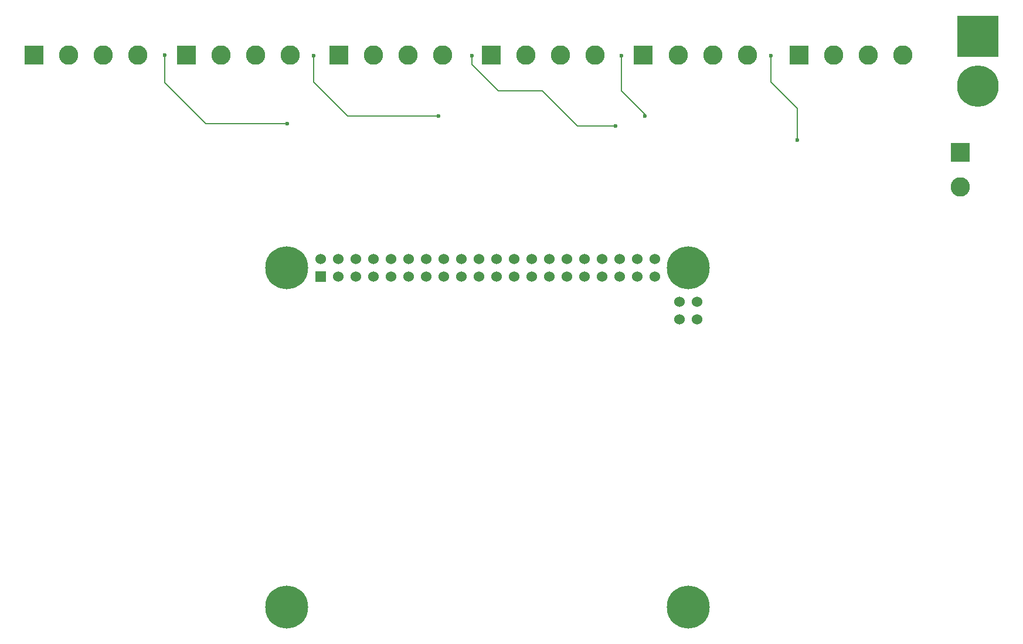
<source format=gbr>
%TF.GenerationSoftware,KiCad,Pcbnew,8.0.0*%
%TF.CreationDate,2024-03-15T12:02:56+01:00*%
%TF.ProjectId,prueba,70727565-6261-42e6-9b69-6361645f7063,v0.1*%
%TF.SameCoordinates,Original*%
%TF.FileFunction,Copper,L2,Bot*%
%TF.FilePolarity,Positive*%
%FSLAX46Y46*%
G04 Gerber Fmt 4.6, Leading zero omitted, Abs format (unit mm)*
G04 Created by KiCad (PCBNEW 8.0.0) date 2024-03-15 12:02:56*
%MOMM*%
%LPD*%
G01*
G04 APERTURE LIST*
%TA.AperFunction,ComponentPad*%
%ADD10R,2.800000X2.800000*%
%TD*%
%TA.AperFunction,ComponentPad*%
%ADD11C,2.800000*%
%TD*%
%TA.AperFunction,ComponentPad*%
%ADD12C,6.000000*%
%TD*%
%TA.AperFunction,ComponentPad*%
%ADD13R,6.000000X6.000000*%
%TD*%
%TA.AperFunction,ComponentPad*%
%ADD14R,1.524000X1.524000*%
%TD*%
%TA.AperFunction,ComponentPad*%
%ADD15C,1.524000*%
%TD*%
%TA.AperFunction,ComponentPad*%
%ADD16C,6.200000*%
%TD*%
%TA.AperFunction,ViaPad*%
%ADD17C,0.600000*%
%TD*%
%TA.AperFunction,Conductor*%
%ADD18C,0.200000*%
%TD*%
G04 APERTURE END LIST*
D10*
%TO.P,J2,1,Pin_1*%
%TO.N,Net-(J2-Pin_1)*%
X136500000Y-36750000D03*
D11*
%TO.P,J2,2,Pin_2*%
%TO.N,/Tach_2*%
X141500000Y-36750000D03*
%TO.P,J2,3,Pin_3*%
%TO.N,/V12DC*%
X146500000Y-36750000D03*
%TO.P,J2,4,Pin_4*%
%TO.N,/GND_Source*%
X151500000Y-36750000D03*
%TD*%
D10*
%TO.P,J3,1,Pin_1*%
%TO.N,Net-(J3-Pin_1)*%
X114500000Y-36750000D03*
D11*
%TO.P,J3,2,Pin_2*%
%TO.N,/Tach_3*%
X119500000Y-36750000D03*
%TO.P,J3,3,Pin_3*%
%TO.N,/V12DC*%
X124500000Y-36750000D03*
%TO.P,J3,4,Pin_4*%
%TO.N,/GND_Source*%
X129500000Y-36750000D03*
%TD*%
D10*
%TO.P,J8,1,Pin_1*%
%TO.N,/6V*%
X182280000Y-50800000D03*
D11*
%TO.P,J8,2,Pin_2*%
%TO.N,/GND_Source*%
X182280000Y-55800000D03*
%TD*%
D12*
%TO.P,J7,N,NEG*%
%TO.N,/GND_Source*%
X184820000Y-41200000D03*
D13*
%TO.P,J7,P,POS*%
%TO.N,/V12DC*%
X184820000Y-34000000D03*
%TD*%
D10*
%TO.P,J6,1,Pin_1*%
%TO.N,Net-(J6-Pin_1)*%
X48500000Y-36750000D03*
D11*
%TO.P,J6,2,Pin_2*%
%TO.N,/Tach_6*%
X53500000Y-36750000D03*
%TO.P,J6,3,Pin_3*%
%TO.N,/V12DC*%
X58500000Y-36750000D03*
%TO.P,J6,4,Pin_4*%
%TO.N,/GND_Source*%
X63500000Y-36750000D03*
%TD*%
D14*
%TO.P,U1,1,3V3*%
%TO.N,Net-(U1-3V3-Pad1)*%
X89870000Y-68770000D03*
D15*
%TO.P,U1,2,5V*%
%TO.N,Net-(U1-5V-Pad2)*%
X89870000Y-66230000D03*
%TO.P,U1,3,GPIO2/SDA1*%
%TO.N,unconnected-(U1-GPIO2{slash}SDA1-Pad3)*%
X92410000Y-68770000D03*
%TO.P,U1,4,5V*%
%TO.N,Net-(U1-5V-Pad2)*%
X92410000Y-66230000D03*
%TO.P,U1,5,GPIO3/SCL1*%
%TO.N,unconnected-(U1-GPIO3{slash}SCL1-Pad5)*%
X94950000Y-68770000D03*
%TO.P,U1,6,GND*%
%TO.N,/GND_R*%
X94950000Y-66230000D03*
%TO.P,U1,7,GPIO4/GPIO_GCKL*%
%TO.N,unconnected-(U1-GPIO4{slash}GPIO_GCKL-Pad7)*%
X97490000Y-68770000D03*
%TO.P,U1,8,GPIO14/TXD0*%
%TO.N,unconnected-(U1-GPIO14{slash}TXD0-Pad8)*%
X97490000Y-66230000D03*
%TO.P,U1,9,GND*%
%TO.N,/GND_R*%
X100030000Y-68770000D03*
%TO.P,U1,10,GPIO15/RXD0*%
%TO.N,unconnected-(U1-GPIO15{slash}RXD0-Pad10)*%
X100030000Y-66230000D03*
%TO.P,U1,11,GPIO17/GPIO_GEN0*%
%TO.N,unconnected-(U1-GPIO17{slash}GPIO_GEN0-Pad11)*%
X102570000Y-68770000D03*
%TO.P,U1,12,GPIO18/GPIO_GEN1*%
%TO.N,unconnected-(U1-GPIO18{slash}GPIO_GEN1-Pad12)*%
X102570000Y-66230000D03*
%TO.P,U1,13,GPIO27/GPIO_GEN2*%
%TO.N,unconnected-(U1-GPIO27{slash}GPIO_GEN2-Pad13)*%
X105110000Y-68770000D03*
%TO.P,U1,14,GND*%
%TO.N,/GND_R*%
X105110000Y-66230000D03*
%TO.P,U1,15,GPIO22/GPIO_GEN3*%
%TO.N,unconnected-(U1-GPIO22{slash}GPIO_GEN3-Pad15)*%
X107650000Y-68770000D03*
%TO.P,U1,16,GPIO23/GPIO_GEN4*%
%TO.N,unconnected-(U1-GPIO23{slash}GPIO_GEN4-Pad16)*%
X107650000Y-66230000D03*
%TO.P,U1,17,3V3*%
%TO.N,Net-(U1-3V3-Pad1)*%
X110190000Y-68770000D03*
%TO.P,U1,18,GPIO24/GPIO_GEN5*%
%TO.N,unconnected-(U1-GPIO24{slash}GPIO_GEN5-Pad18)*%
X110190000Y-66230000D03*
%TO.P,U1,19,GPIO10/SPI_MOSI*%
%TO.N,unconnected-(U1-GPIO10{slash}SPI_MOSI-Pad19)*%
X112730000Y-68770000D03*
%TO.P,U1,20,GND*%
%TO.N,/GND_R*%
X112730000Y-66230000D03*
%TO.P,U1,21,GPIO9/SPI_MISO*%
%TO.N,unconnected-(U1-GPIO9{slash}SPI_MISO-Pad21)*%
X115270000Y-68770000D03*
%TO.P,U1,22,GPIO25/GPIO_GEN6*%
%TO.N,unconnected-(U1-GPIO25{slash}GPIO_GEN6-Pad22)*%
X115270000Y-66230000D03*
%TO.P,U1,23,GPIO11/SPI_SCLK*%
%TO.N,/PWM_6*%
X117810000Y-68770000D03*
%TO.P,U1,24,GPIO8/~{SPI_CE0}*%
%TO.N,unconnected-(U1-GPIO8{slash}~{SPI_CE0}-Pad24)*%
X117810000Y-66230000D03*
%TO.P,U1,25,GND*%
%TO.N,/GND_R*%
X120350000Y-68770000D03*
%TO.P,U1,26,GPIO7/~{SPI_CE1}*%
%TO.N,unconnected-(U1-GPIO7{slash}~{SPI_CE1}-Pad26)*%
X120350000Y-66230000D03*
%TO.P,U1,27,ID_SD*%
%TO.N,unconnected-(U1-ID_SD-Pad27)*%
X122890000Y-68770000D03*
%TO.P,U1,28,ID_SC*%
%TO.N,unconnected-(U1-ID_SC-Pad28)*%
X122890000Y-66230000D03*
%TO.P,U1,29,GPIO5*%
%TO.N,/PWM_5*%
X125430000Y-68770000D03*
%TO.P,U1,30,GND*%
%TO.N,/GND_R*%
X125430000Y-66230000D03*
%TO.P,U1,31,GPIO6*%
%TO.N,/PWM_4*%
X127970000Y-68770000D03*
%TO.P,U1,32,GPIO12*%
%TO.N,unconnected-(U1-GPIO12-Pad32)*%
X127970000Y-66230000D03*
%TO.P,U1,33,GPIO13*%
%TO.N,/PWM_3*%
X130510000Y-68770000D03*
%TO.P,U1,34,GND*%
%TO.N,/GND_R*%
X130510000Y-66230000D03*
%TO.P,U1,35,GPIO19*%
%TO.N,/PWM_2*%
X133050000Y-68770000D03*
%TO.P,U1,36,GPIO16*%
%TO.N,unconnected-(U1-GPIO16-Pad36)*%
X133050000Y-66230000D03*
%TO.P,U1,37,GPIO26*%
%TO.N,/PWM_1*%
X135590000Y-68770000D03*
%TO.P,U1,38,GPIO20*%
%TO.N,unconnected-(U1-GPIO20-Pad38)*%
X135590000Y-66230000D03*
%TO.P,U1,39,GND*%
%TO.N,/GND_R*%
X138130000Y-68770000D03*
%TO.P,U1,40,GPIO21*%
%TO.N,unconnected-(U1-GPIO21-Pad40)*%
X138130000Y-66230000D03*
%TO.P,U1,41,TR01*%
%TO.N,unconnected-(U1-TR01-Pad41)*%
X144230000Y-74893000D03*
%TO.P,U1,42,TR00*%
%TO.N,unconnected-(U1-TR00-Pad42)*%
X144230000Y-72353000D03*
%TO.P,U1,43,TR03*%
%TO.N,unconnected-(U1-TR03-Pad43)*%
X141690000Y-74893000D03*
%TO.P,U1,44,TR02*%
%TO.N,unconnected-(U1-TR02-Pad44)*%
X141690000Y-72353000D03*
D16*
%TO.P,U1,S1,SHIELD*%
%TO.N,Net-(U1-SHIELD-PadS1)*%
X85000000Y-67500000D03*
%TO.P,U1,S2,SHIELD*%
X143000000Y-67500000D03*
%TO.P,U1,S3,SHIELD*%
X143000000Y-116500000D03*
%TO.P,U1,S4,SHIELD*%
X85000000Y-116500000D03*
%TD*%
D10*
%TO.P,J4,1,Pin_1*%
%TO.N,Net-(J4-Pin_1)*%
X92500000Y-36750000D03*
D11*
%TO.P,J4,2,Pin_2*%
%TO.N,/Tach_4*%
X97500000Y-36750000D03*
%TO.P,J4,3,Pin_3*%
%TO.N,/V12DC*%
X102500000Y-36750000D03*
%TO.P,J4,4,Pin_4*%
%TO.N,/GND_Source*%
X107500000Y-36750000D03*
%TD*%
D10*
%TO.P,J1,1,Pin_1*%
%TO.N,Net-(J1-Pin_1)*%
X159000000Y-36750000D03*
D11*
%TO.P,J1,2,Pin_2*%
%TO.N,/Tach_1*%
X164000000Y-36750000D03*
%TO.P,J1,3,Pin_3*%
%TO.N,/V12DC*%
X169000000Y-36750000D03*
%TO.P,J1,4,Pin_4*%
%TO.N,/GND_Source*%
X174000000Y-36750000D03*
%TD*%
D10*
%TO.P,J5,1,Pin_1*%
%TO.N,Net-(J5-Pin_1)*%
X70500000Y-36750000D03*
D11*
%TO.P,J5,2,Pin_2*%
%TO.N,/Tach_5*%
X75500000Y-36750000D03*
%TO.P,J5,3,Pin_3*%
%TO.N,/V12DC*%
X80500000Y-36750000D03*
%TO.P,J5,4,Pin_4*%
%TO.N,/GND_Source*%
X85500000Y-36750000D03*
%TD*%
D17*
%TO.N,Net-(J5-Pin_1)*%
X85090000Y-46590000D03*
X67390000Y-36750000D03*
%TO.N,Net-(J4-Pin_1)*%
X106900000Y-45500000D03*
X88900000Y-36830000D03*
%TO.N,Net-(J3-Pin_1)*%
X132500000Y-47000000D03*
X111760000Y-36830000D03*
%TO.N,Net-(J2-Pin_1)*%
X136756282Y-45513718D03*
X133350000Y-36830000D03*
%TO.N,Net-(J1-Pin_1)*%
X158750000Y-49000000D03*
X154940000Y-36830000D03*
%TD*%
D18*
%TO.N,Net-(J5-Pin_1)*%
X67390000Y-40720000D02*
X67390000Y-36750000D01*
X73260000Y-46590000D02*
X67390000Y-40720000D01*
X85090000Y-46590000D02*
X73260000Y-46590000D01*
%TO.N,Net-(J4-Pin_1)*%
X88900000Y-40640000D02*
X88900000Y-36830000D01*
X93760000Y-45500000D02*
X88900000Y-40640000D01*
X106900000Y-45500000D02*
X93760000Y-45500000D01*
%TO.N,Net-(J3-Pin_1)*%
X132490000Y-46990000D02*
X132500000Y-47000000D01*
X121920000Y-41910000D02*
X127000000Y-46990000D01*
X127000000Y-46990000D02*
X132490000Y-46990000D01*
X115570000Y-41910000D02*
X121920000Y-41910000D01*
X111760000Y-36830000D02*
X111760000Y-38100000D01*
X111760000Y-38100000D02*
X115570000Y-41910000D01*
%TO.N,Net-(J2-Pin_1)*%
X136756282Y-45513718D02*
X136756282Y-45316282D01*
X133350000Y-41910000D02*
X133350000Y-36830000D01*
X136756282Y-45316282D02*
X133350000Y-41910000D01*
%TO.N,Net-(J1-Pin_1)*%
X158750000Y-49000000D02*
X158750000Y-44450000D01*
X158750000Y-44450000D02*
X154940000Y-40640000D01*
X154940000Y-40640000D02*
X154940000Y-36830000D01*
%TD*%
M02*

</source>
